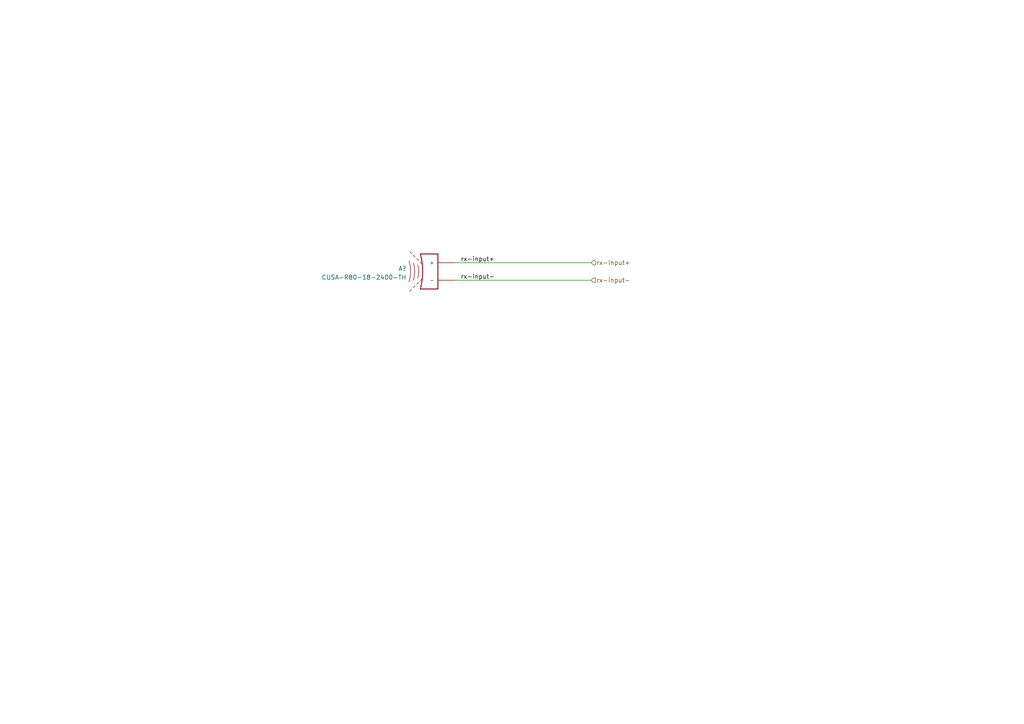
<source format=kicad_sch>
(kicad_sch (version 20211123) (generator eeschema)
  (paper "A4")
  (lib_symbols
    (symbol "CUSA-R80:CUSA-R80-18-2400-TH" (pin_numbers hide) (pin_names (offset 1.016))
      (property "Reference" "A" (at -3.0988 6.604 0))
      (property "Value" "CUSA-R80-18-2400-TH" (at -3.556 -5.842 0))
      (symbol "CUSA-R80-18-2400-TH_0_0"
        (polyline (pts (xy -2.54 -5.08) (xy -2.54 5.08)) (stroke (width 0.254)))
        (polyline (pts (xy -2.54 5.08) (xy 2.54 5.08)) (stroke (width 0.254)))
        (polyline (pts (xy 2.032 -2.159) (xy 2.54 -2.667)) (stroke (width 0.1524)))
        (polyline (pts (xy 2.032 2.159) (xy 2.54 2.667)) (stroke (width 0.1524)))
        (polyline (pts (xy 2.54 -5.08) (xy -2.54 -5.08)) (stroke (width 0.254)))
        (polyline (pts (xy 3.048 3.175) (xy 3.556 3.683)) (stroke (width 0.1524)))
        (polyline (pts (xy 3.556 -3.683) (xy 3.048 -3.175)) (stroke (width 0.1524)))
        (polyline (pts (xy 4.064 4.191) (xy 4.572 4.699)) (stroke (width 0.1524)))
        (polyline (pts (xy 4.572 -4.699) (xy 4.064 -4.191)) (stroke (width 0.1524)))
        (polyline (pts (xy 5.08 5.207) (xy 5.588 5.715)) (stroke (width 0.1524)))
        (polyline (pts (xy 5.588 -5.715) (xy 5.08 -5.207)) (stroke (width 0.1524)))
        (arc (start 2.54 5.08) (mid 1.8709 0) (end 2.54 -5.08) (stroke (width 0.254)))
        (arc (start 3.302 1.905) (mid 3.0089 0) (end 3.302 -1.905) (stroke (width 0.1524)))
        (arc (start 4.572 2.54) (mid 4.1809 0) (end 4.572 -2.54) (stroke (width 0.1524)))
        (arc (start 5.842 3.048) (mid 5.3733 0) (end 5.842 -3.048) (stroke (width 0.1524)))
        (pin passive line (at -7.62 -2.54 0) (length 5.08) (name "-") (number "N"))
        (pin passive line (at -7.62 2.54 0) (length 5.08) (name "+") (number "P"))
      )
    )
  )
  (wire (pts (xy 132.08 81.28) (xy 171.45 81.28)))
  (wire (pts (xy 171.45 76.2) (xy 132.08 76.2)))
  (label "rx-input-" (at 143.51 81.28 180))
  (label "rx-input+" (at 143.51 76.2 180))
  (hierarchical_label "rx-input-" (shape input) (at 171.45 81.28 0))
  (hierarchical_label "rx-input+" (shape input) (at 171.45 76.2 0))
  (symbol (lib_id "CUSA-R80:CUSA-R80-18-2400-TH") (at 124.46 78.74 0) (mirror y) (unit 1)
    (property "Reference" "A?" (at 117.9068 77.9053 0) (effects (justify left)))
    (property "Value" "CUSA-R80-18-2400-TH" (at 117.9068 80.4422 0) (effects (justify left)))
    (property "Footprint" "XDCR_CUSA-R80-18-2400-TH" (effects hide))
    (property "Datasheet" "https://www.cuidevices.com/product/resource/digikeypdf/cusa-r80-18-2400-th.pdf" (effects hide))
    (property "PARTREV" "1.0" (effects hide))
    (property "MANUFACTURER" "CUI" (effects hide))
    (property "STANDARD" "Manufacturer Recommendations" (effects hide))
    (property "MAXIMUM_PACKAGE_HEIGHT" "12.3 mm" (effects hide))
  )
)
</source>
